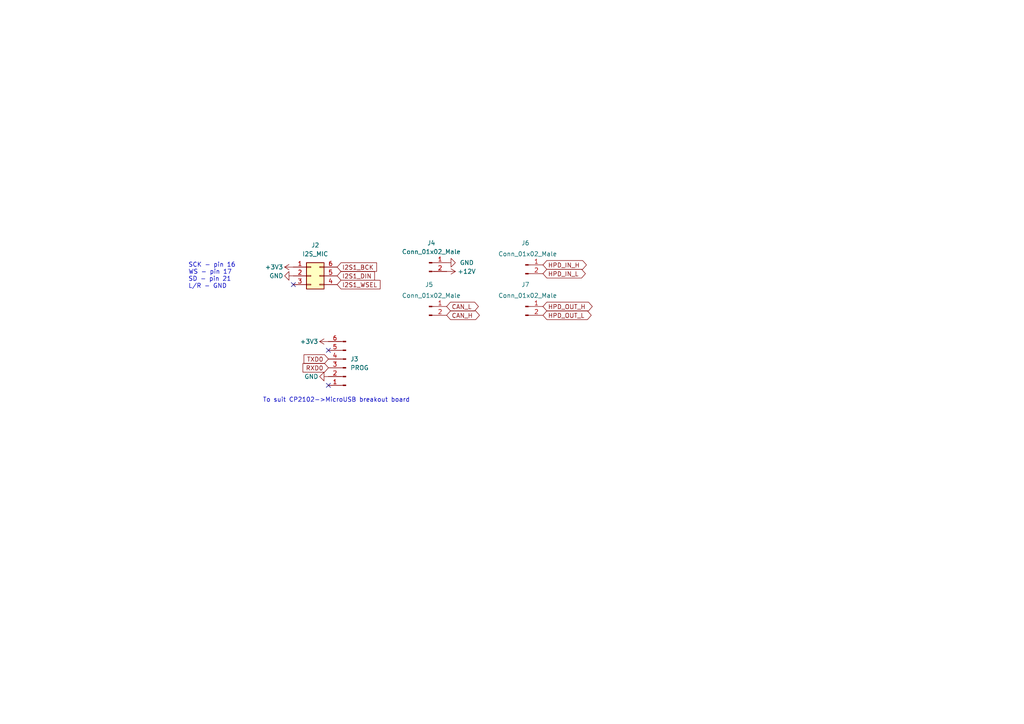
<source format=kicad_sch>
(kicad_sch (version 20211123) (generator eeschema)
  (paper "A4")
  (lib_symbols
    (symbol "Connector:Conn_01x02_Male" (pin_names (offset 1.016) hide)
      (property "Reference" "J" (at 0 2.54 0))
      (property "Value" "Conn_01x02_Male" (at 0 -5.08 0))
      (symbol "Conn_01x02_Male_1_1"
        (polyline (pts (xy 1.27 -2.54) (xy 0.8636 -2.54)) (stroke (width 0.1524)))
        (polyline (pts (xy 1.27 0) (xy 0.8636 0)) (stroke (width 0.1524)))
        (rectangle (start 0.8636 -2.413) (end 0 -2.667) (stroke (width 0.1524)) (fill (type outline)))
        (rectangle (start 0.8636 0.127) (end 0 -0.127) (stroke (width 0.1524)) (fill (type outline)))
        (pin passive line (at 5.08 0 180) (length 3.81) (name "Pin_1") (number "1"))
        (pin passive line (at 5.08 -2.54 180) (length 3.81) (name "Pin_2") (number "2"))
      )
    )
    (symbol "Connector:Conn_01x06_Male" (pin_names (offset 1.016) hide)
      (property "Reference" "J" (at 0 7.62 0))
      (property "Value" "Conn_01x06_Male" (at 0 -10.16 0))
      (symbol "Conn_01x06_Male_1_1"
        (polyline (pts (xy 1.27 -7.62) (xy 0.8636 -7.62)) (stroke (width 0.1524)))
        (polyline (pts (xy 1.27 -5.08) (xy 0.8636 -5.08)) (stroke (width 0.1524)))
        (polyline (pts (xy 1.27 -2.54) (xy 0.8636 -2.54)) (stroke (width 0.1524)))
        (polyline (pts (xy 1.27 0) (xy 0.8636 0)) (stroke (width 0.1524)))
        (polyline (pts (xy 1.27 2.54) (xy 0.8636 2.54)) (stroke (width 0.1524)))
        (polyline (pts (xy 1.27 5.08) (xy 0.8636 5.08)) (stroke (width 0.1524)))
        (rectangle (start 0.8636 -7.493) (end 0 -7.747) (stroke (width 0.1524)) (fill (type outline)))
        (rectangle (start 0.8636 -4.953) (end 0 -5.207) (stroke (width 0.1524)) (fill (type outline)))
        (rectangle (start 0.8636 -2.413) (end 0 -2.667) (stroke (width 0.1524)) (fill (type outline)))
        (rectangle (start 0.8636 0.127) (end 0 -0.127) (stroke (width 0.1524)) (fill (type outline)))
        (rectangle (start 0.8636 2.667) (end 0 2.413) (stroke (width 0.1524)) (fill (type outline)))
        (rectangle (start 0.8636 5.207) (end 0 4.953) (stroke (width 0.1524)) (fill (type outline)))
        (pin passive line (at 5.08 5.08 180) (length 3.81) (name "Pin_1") (number "1"))
        (pin passive line (at 5.08 2.54 180) (length 3.81) (name "Pin_2") (number "2"))
        (pin passive line (at 5.08 0 180) (length 3.81) (name "Pin_3") (number "3"))
        (pin passive line (at 5.08 -2.54 180) (length 3.81) (name "Pin_4") (number "4"))
        (pin passive line (at 5.08 -5.08 180) (length 3.81) (name "Pin_5") (number "5"))
        (pin passive line (at 5.08 -7.62 180) (length 3.81) (name "Pin_6") (number "6"))
      )
    )
    (symbol "Connector_Generic:Conn_02x03_Counter_Clockwise" (pin_names (offset 1.016) hide)
      (property "Reference" "J" (at 1.27 5.08 0))
      (property "Value" "Conn_02x03_Counter_Clockwise" (at 1.27 -5.08 0))
      (symbol "Conn_02x03_Counter_Clockwise_1_1"
        (rectangle (start -1.27 -2.413) (end 0 -2.667) (stroke (width 0.1524)))
        (rectangle (start -1.27 0.127) (end 0 -0.127) (stroke (width 0.1524)))
        (rectangle (start -1.27 2.667) (end 0 2.413) (stroke (width 0.1524)))
        (rectangle (start -1.27 3.81) (end 3.81 -3.81) (stroke (width 0.254)) (fill (type background)))
        (rectangle (start 3.81 -2.413) (end 2.54 -2.667) (stroke (width 0.1524)))
        (rectangle (start 3.81 0.127) (end 2.54 -0.127) (stroke (width 0.1524)))
        (rectangle (start 3.81 2.667) (end 2.54 2.413) (stroke (width 0.1524)))
        (pin passive line (at -5.08 2.54 0) (length 3.81) (name "Pin_1") (number "1"))
        (pin passive line (at -5.08 0 0) (length 3.81) (name "Pin_2") (number "2"))
        (pin passive line (at -5.08 -2.54 0) (length 3.81) (name "Pin_3") (number "3"))
        (pin passive line (at 7.62 -2.54 180) (length 3.81) (name "Pin_4") (number "4"))
        (pin passive line (at 7.62 0 180) (length 3.81) (name "Pin_5") (number "5"))
        (pin passive line (at 7.62 2.54 180) (length 3.81) (name "Pin_6") (number "6"))
      )
    )
    (symbol "power:+12V" (power) (pin_names (offset 0))
      (property "Value" "+12V" (at 0 3.556 0))
      (symbol "+12V_0_1"
        (polyline (pts (xy -0.762 1.27) (xy 0 2.54)))
        (polyline (pts (xy 0 0) (xy 0 2.54)))
        (polyline (pts (xy 0 2.54) (xy 0.762 1.27)))
      )
      (symbol "+12V_1_1"
        (pin power_in line (at 0 0 90) (length 0) hide (name "+12V") (number "1"))
      )
    )
    (symbol "power:+3V3" (power) (pin_names (offset 0))
      (property "Value" "+3V3" (at 0 3.556 0))
      (symbol "+3V3_0_1"
        (polyline (pts (xy -0.762 1.27) (xy 0 2.54)))
        (polyline (pts (xy 0 0) (xy 0 2.54)))
        (polyline (pts (xy 0 2.54) (xy 0.762 1.27)))
      )
      (symbol "+3V3_1_1"
        (pin power_in line (at 0 0 90) (length 0) hide (name "+3V3") (number "1"))
      )
    )
    (symbol "power:GND" (power) (pin_names (offset 0))
      (property "Value" "GND" (at 0 -3.81 0))
      (symbol "GND_0_1"
        (polyline (pts (xy 0 0) (xy 0 -1.27) (xy 1.27 -1.27) (xy 0 -2.54) (xy -1.27 -1.27) (xy 0 -1.27)))
      )
      (symbol "GND_1_1"
        (pin power_in line (at 0 0 270) (length 0) hide (name "GND") (number "1"))
      )
    )
  )
  (no_connect (at 95.25 111.76))
  (no_connect (at 85.09 82.55))
  (no_connect (at 95.25 101.6))
  (text "SCK - pin 16\nWS - pin 17\nSD - pin 21\nL/R - GND" (at 54.61 83.82 0) (effects (font (size 1.27 1.27)) (justify left bottom)))
  (text "To suit CP2102->MicroUSB breakout board" (at 76.2 116.84 0) (effects (font (size 1.27 1.27)) (justify left bottom)))
  (global_label "CAN_H" (shape bidirectional) (at 129.54 91.44 0) (property "Intersheet References" "${INTERSHEET_REFS}" (effects hide)))
  (global_label "I2S1_BCK" (shape input) (at 97.79 77.47 0) (property "Intersheet References" "${INTERSHEET_REFS}" (effects hide)))
  (global_label "RXD0" (shape input) (at 95.25 106.68 180) (property "Intersheet References" "${INTERSHEET_REFS}" (effects hide)))
  (global_label "TXD0" (shape input) (at 95.25 104.14 180) (property "Intersheet References" "${INTERSHEET_REFS}" (effects hide)))
  (global_label "I2S1_WSEL" (shape input) (at 97.79 82.55 0) (property "Intersheet References" "${INTERSHEET_REFS}" (effects hide)))
  (global_label "HPD_OUT_L" (shape bidirectional) (at 157.48 91.44 0) (property "Intersheet References" "${INTERSHEET_REFS}" (effects hide)))
  (global_label "HPD_OUT_H" (shape bidirectional) (at 157.48 88.9 0) (property "Intersheet References" "${INTERSHEET_REFS}" (effects hide)))
  (global_label "HPD_IN_H" (shape bidirectional) (at 157.48 76.835 0) (property "Intersheet References" "${INTERSHEET_REFS}" (effects hide)))
  (global_label "HPD_IN_L" (shape bidirectional) (at 157.48 79.375 0) (property "Intersheet References" "${INTERSHEET_REFS}" (effects hide)))
  (global_label "I2S1_DIN" (shape input) (at 97.79 80.01 0) (property "Intersheet References" "${INTERSHEET_REFS}" (effects hide)))
  (global_label "CAN_L" (shape bidirectional) (at 129.54 88.9 0) (property "Intersheet References" "${INTERSHEET_REFS}" (effects hide)))
  (symbol (lib_id "Connector:Conn_01x06_Male") (at 100.33 106.68 180) (unit 1)
    (property "Reference" "J3" (at 101.6 104.1399 0) (effects (justify right)))
    (property "Value" "PROG" (at 101.6 106.6799 0) (effects (justify right)))
    (property "Footprint" "Connector_PinHeader_2.54mm:PinHeader_1x06_P2.54mm_Horizontal" (effects hide))
  )
  (symbol (lib_id "power:+3V3") (at 85.09 77.47 90) (unit 1)
    (property "Reference" "#PWR060" (effects hide))
    (property "Value" "+3V3" (at 76.835 77.47 90) (effects (justify right)))
  )
  (symbol (lib_id "Connector:Conn_01x02_Male") (at 152.4 88.9 0) (unit 1)
    (property "Reference" "J7" (at 152.4 82.55 0))
    (property "Value" "Conn_01x02_Male" (at 153.035 85.725 0))
    (property "Footprint" "kicadlibrary:Molex_Micro-Fit_3.0_43045-0212_2x01_P3.00mm_Vertical" (effects hide))
  )
  (symbol (lib_id "power:+12V") (at 129.54 78.74 270) (unit 1)
    (property "Reference" "#PWR065" (effects hide))
    (property "Value" "+12V" (at 132.715 78.7399 90) (effects (justify left)))
  )
  (symbol (lib_id "power:+3V3") (at 95.25 99.06 90) (unit 1)
    (property "Reference" "#PWR062" (effects hide))
    (property "Value" "+3V3" (at 86.995 99.06 90) (effects (justify right)))
  )
  (symbol (lib_id "power:GND") (at 95.25 109.22 270) (mirror x) (unit 1)
    (property "Reference" "#PWR063" (effects hide))
    (property "Value" "GND" (at 88.265 109.22 90) (effects (justify left)))
  )
  (symbol (lib_id "power:GND") (at 129.54 76.2 90) (mirror x) (unit 1)
    (property "Reference" "#PWR064" (effects hide))
    (property "Value" "GND" (at 133.35 76.2001 90) (effects (justify right)))
  )
  (symbol (lib_id "power:GND") (at 85.09 80.01 270) (mirror x) (unit 1)
    (property "Reference" "#PWR061" (effects hide))
    (property "Value" "GND" (at 78.105 80.01 90) (effects (justify left)))
  )
  (symbol (lib_id "Connector:Conn_01x02_Male") (at 124.46 88.9 0) (unit 1)
    (property "Reference" "J5" (at 124.46 82.55 0))
    (property "Value" "Conn_01x02_Male" (at 125.095 85.725 0))
    (property "Footprint" "kicadlibrary:Molex_Micro-Fit_3.0_43045-0212_2x01_P3.00mm_Vertical" (effects hide))
  )
  (symbol (lib_id "Connector_Generic:Conn_02x03_Counter_Clockwise") (at 90.17 80.01 0) (unit 1)
    (property "Reference" "J2" (at 91.44 71.12 0))
    (property "Value" "I2S_MIC" (at 91.44 73.66 0))
    (property "Footprint" "Connector_PinHeader_2.54mm:PinHeader_2x03_P2.54mm_Vertical" (effects hide))
  )
  (symbol (lib_id "Connector:Conn_01x02_Male") (at 152.4 76.835 0) (unit 1)
    (property "Reference" "J6" (at 152.4 70.485 0))
    (property "Value" "Conn_01x02_Male" (at 153.035 73.66 0))
    (property "Footprint" "kicadlibrary:Molex_Micro-Fit_3.0_43045-0212_2x01_P3.00mm_Vertical" (effects hide))
  )
  (symbol (lib_id "Connector:Conn_01x02_Male") (at 124.46 76.2 0) (unit 1)
    (property "Reference" "J4" (at 125.095 70.485 0))
    (property "Value" "Conn_01x02_Male" (at 125.095 73.025 0))
    (property "Footprint" "kicadlibrary:Molex_Micro-Fit_3.0_43045-0212_2x01_P3.00mm_Vertical" (effects hide))
  )
)
</source>
